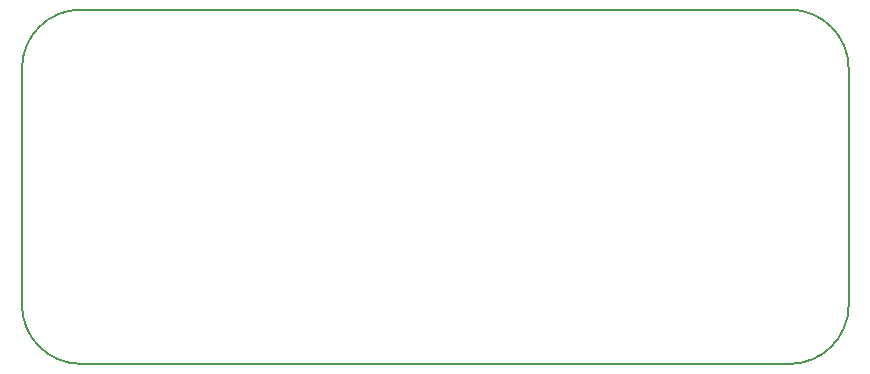
<source format=gko>
G04 Layer: BoardOutlineLayer*
G04 EasyEDA Pro v2.2.27.1, 2024-09-15 10:59:50*
G04 Gerber Generator version 0.3*
G04 Scale: 100 percent, Rotated: No, Reflected: No*
G04 Dimensions in millimeters*
G04 Leading zeros omitted, absolute positions, 3 integers and 5 decimals*
%TF.GenerationSoftware,KiCad,Pcbnew,8.0.6*%
%TF.CreationDate,2024-11-16T11:12:32+08:00*%
%TF.ProjectId,PY32F002AW15S_mini_system,50593332-4630-4303-9241-573135535f6d,rev?*%
%TF.SameCoordinates,Original*%
%TF.FileFunction,Profile,NP*%
%FSLAX46Y46*%
G04 Gerber Fmt 4.6, Leading zero omitted, Abs format (unit mm)*
G04 Created by KiCad (PCBNEW 8.0.6) date 2024-11-16 11:12:32*
%MOMM*%
%LPD*%
G01*
G04 APERTURE LIST*
%TA.AperFunction,Profile*%
%ADD10C,0.200000*%
%TD*%
G04 APERTURE END LIST*
D10*
X100000000Y-125000000D02*
X100000000Y-105000000D01*
X170000000Y-105000000D02*
X170000000Y-125000000D01*
X105000000Y-130000000D02*
G75*
G02*
X100000000Y-125000000I0J5000000D01*
G01*
X165000000Y-130000000D02*
X105000000Y-130000000D01*
X100000000Y-105000000D02*
G75*
G02*
X105000000Y-100000000I5000000J0D01*
G01*
X165000000Y-100000000D02*
G75*
G02*
X170000000Y-105000000I0J-5000000D01*
G01*
X170000000Y-125000000D02*
G75*
G02*
X165000000Y-130000000I-5000000J0D01*
G01*
X105000000Y-100000000D02*
X165000000Y-100000000D01*
M02*

</source>
